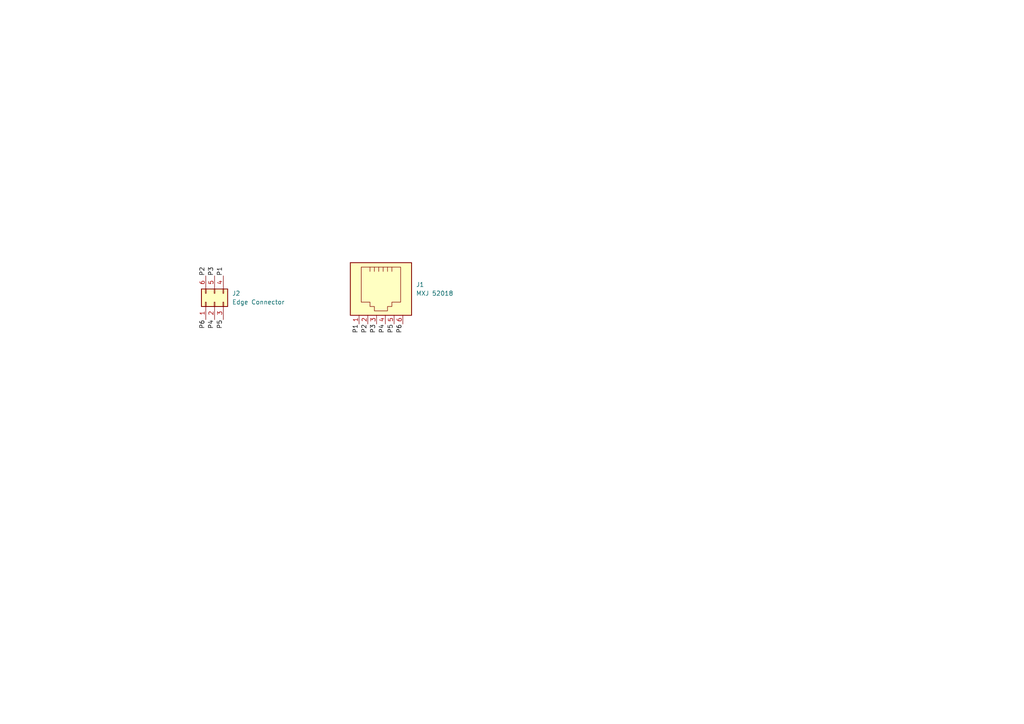
<source format=kicad_sch>
(kicad_sch
	(version 20231120)
	(generator "eeschema")
	(generator_version "8.0")
	(uuid "03640c6f-ad62-4520-965b-a0667aa56b60")
	(paper "A4")
	(lib_symbols
		(symbol "Connector:RJ25"
			(pin_names
				(offset 1.016)
			)
			(exclude_from_sim no)
			(in_bom yes)
			(on_board yes)
			(property "Reference" "J"
				(at -5.08 11.43 0)
				(effects
					(font
						(size 1.27 1.27)
					)
					(justify right)
				)
			)
			(property "Value" "RJ25"
				(at 2.54 11.43 0)
				(effects
					(font
						(size 1.27 1.27)
					)
					(justify left)
				)
			)
			(property "Footprint" ""
				(at 0 0.635 90)
				(effects
					(font
						(size 1.27 1.27)
					)
					(hide yes)
				)
			)
			(property "Datasheet" "~"
				(at 0 0.635 90)
				(effects
					(font
						(size 1.27 1.27)
					)
					(hide yes)
				)
			)
			(property "Description" "RJ connector, 6P6C (6 positions 6 connected)"
				(at 0 0 0)
				(effects
					(font
						(size 1.27 1.27)
					)
					(hide yes)
				)
			)
			(property "ki_keywords" "6P6C RJ socket connector"
				(at 0 0 0)
				(effects
					(font
						(size 1.27 1.27)
					)
					(hide yes)
				)
			)
			(property "ki_fp_filters" "6P6C* RJ12* RJ18* RJ25*"
				(at 0 0 0)
				(effects
					(font
						(size 1.27 1.27)
					)
					(hide yes)
				)
			)
			(symbol "RJ25_0_1"
				(polyline
					(pts
						(xy -6.35 -1.905) (xy -5.08 -1.905) (xy -5.08 -1.905)
					)
					(stroke
						(width 0)
						(type default)
					)
					(fill
						(type none)
					)
				)
				(polyline
					(pts
						(xy -6.35 -0.635) (xy -5.08 -0.635) (xy -5.08 -0.635)
					)
					(stroke
						(width 0)
						(type default)
					)
					(fill
						(type none)
					)
				)
				(polyline
					(pts
						(xy -6.35 0.635) (xy -5.08 0.635) (xy -5.08 0.635)
					)
					(stroke
						(width 0)
						(type default)
					)
					(fill
						(type none)
					)
				)
				(polyline
					(pts
						(xy -6.35 1.905) (xy -5.08 1.905) (xy -5.08 1.905)
					)
					(stroke
						(width 0)
						(type default)
					)
					(fill
						(type none)
					)
				)
				(polyline
					(pts
						(xy -6.35 3.175) (xy -5.08 3.175) (xy -5.08 3.175)
					)
					(stroke
						(width 0)
						(type default)
					)
					(fill
						(type none)
					)
				)
				(polyline
					(pts
						(xy -5.08 4.445) (xy -6.35 4.445) (xy -6.35 4.445)
					)
					(stroke
						(width 0)
						(type default)
					)
					(fill
						(type none)
					)
				)
				(polyline
					(pts
						(xy -6.35 -4.445) (xy -6.35 6.985) (xy 3.81 6.985) (xy 3.81 4.445) (xy 5.08 4.445) (xy 5.08 3.175)
						(xy 6.35 3.175) (xy 6.35 -0.635) (xy 5.08 -0.635) (xy 5.08 -1.905) (xy 3.81 -1.905) (xy 3.81 -4.445)
						(xy -6.35 -4.445) (xy -6.35 -4.445)
					)
					(stroke
						(width 0)
						(type default)
					)
					(fill
						(type none)
					)
				)
				(rectangle
					(start 7.62 10.16)
					(end -7.62 -7.62)
					(stroke
						(width 0.254)
						(type default)
					)
					(fill
						(type background)
					)
				)
			)
			(symbol "RJ25_1_1"
				(pin passive line
					(at 10.16 -5.08 180)
					(length 2.54)
					(name "~"
						(effects
							(font
								(size 1.27 1.27)
							)
						)
					)
					(number "1"
						(effects
							(font
								(size 1.27 1.27)
							)
						)
					)
				)
				(pin passive line
					(at 10.16 -2.54 180)
					(length 2.54)
					(name "~"
						(effects
							(font
								(size 1.27 1.27)
							)
						)
					)
					(number "2"
						(effects
							(font
								(size 1.27 1.27)
							)
						)
					)
				)
				(pin passive line
					(at 10.16 0 180)
					(length 2.54)
					(name "~"
						(effects
							(font
								(size 1.27 1.27)
							)
						)
					)
					(number "3"
						(effects
							(font
								(size 1.27 1.27)
							)
						)
					)
				)
				(pin passive line
					(at 10.16 2.54 180)
					(length 2.54)
					(name "~"
						(effects
							(font
								(size 1.27 1.27)
							)
						)
					)
					(number "4"
						(effects
							(font
								(size 1.27 1.27)
							)
						)
					)
				)
				(pin passive line
					(at 10.16 5.08 180)
					(length 2.54)
					(name "~"
						(effects
							(font
								(size 1.27 1.27)
							)
						)
					)
					(number "5"
						(effects
							(font
								(size 1.27 1.27)
							)
						)
					)
				)
				(pin passive line
					(at 10.16 7.62 180)
					(length 2.54)
					(name "~"
						(effects
							(font
								(size 1.27 1.27)
							)
						)
					)
					(number "6"
						(effects
							(font
								(size 1.27 1.27)
							)
						)
					)
				)
			)
		)
		(symbol "Connector_Generic:Conn_02x03_Counter_Clockwise"
			(pin_names
				(offset 1.016) hide)
			(exclude_from_sim no)
			(in_bom yes)
			(on_board yes)
			(property "Reference" "J"
				(at 1.27 5.08 0)
				(effects
					(font
						(size 1.27 1.27)
					)
				)
			)
			(property "Value" "Conn_02x03_Counter_Clockwise"
				(at 1.27 -5.08 0)
				(effects
					(font
						(size 1.27 1.27)
					)
				)
			)
			(property "Footprint" ""
				(at 0 0 0)
				(effects
					(font
						(size 1.27 1.27)
					)
					(hide yes)
				)
			)
			(property "Datasheet" "~"
				(at 0 0 0)
				(effects
					(font
						(size 1.27 1.27)
					)
					(hide yes)
				)
			)
			(property "Description" "Generic connector, double row, 02x03, counter clockwise pin numbering scheme (similar to DIP package numbering), script generated (kicad-library-utils/schlib/autogen/connector/)"
				(at 0 0 0)
				(effects
					(font
						(size 1.27 1.27)
					)
					(hide yes)
				)
			)
			(property "ki_keywords" "connector"
				(at 0 0 0)
				(effects
					(font
						(size 1.27 1.27)
					)
					(hide yes)
				)
			)
			(property "ki_fp_filters" "Connector*:*_2x??_*"
				(at 0 0 0)
				(effects
					(font
						(size 1.27 1.27)
					)
					(hide yes)
				)
			)
			(symbol "Conn_02x03_Counter_Clockwise_1_1"
				(rectangle
					(start -1.27 -2.413)
					(end 0 -2.667)
					(stroke
						(width 0.1524)
						(type default)
					)
					(fill
						(type none)
					)
				)
				(rectangle
					(start -1.27 0.127)
					(end 0 -0.127)
					(stroke
						(width 0.1524)
						(type default)
					)
					(fill
						(type none)
					)
				)
				(rectangle
					(start -1.27 2.667)
					(end 0 2.413)
					(stroke
						(width 0.1524)
						(type default)
					)
					(fill
						(type none)
					)
				)
				(rectangle
					(start -1.27 3.81)
					(end 3.81 -3.81)
					(stroke
						(width 0.254)
						(type default)
					)
					(fill
						(type background)
					)
				)
				(rectangle
					(start 3.81 -2.413)
					(end 2.54 -2.667)
					(stroke
						(width 0.1524)
						(type default)
					)
					(fill
						(type none)
					)
				)
				(rectangle
					(start 3.81 0.127)
					(end 2.54 -0.127)
					(stroke
						(width 0.1524)
						(type default)
					)
					(fill
						(type none)
					)
				)
				(rectangle
					(start 3.81 2.667)
					(end 2.54 2.413)
					(stroke
						(width 0.1524)
						(type default)
					)
					(fill
						(type none)
					)
				)
				(pin passive line
					(at -5.08 2.54 0)
					(length 3.81)
					(name "Pin_1"
						(effects
							(font
								(size 1.27 1.27)
							)
						)
					)
					(number "1"
						(effects
							(font
								(size 1.27 1.27)
							)
						)
					)
				)
				(pin passive line
					(at -5.08 0 0)
					(length 3.81)
					(name "Pin_2"
						(effects
							(font
								(size 1.27 1.27)
							)
						)
					)
					(number "2"
						(effects
							(font
								(size 1.27 1.27)
							)
						)
					)
				)
				(pin passive line
					(at -5.08 -2.54 0)
					(length 3.81)
					(name "Pin_3"
						(effects
							(font
								(size 1.27 1.27)
							)
						)
					)
					(number "3"
						(effects
							(font
								(size 1.27 1.27)
							)
						)
					)
				)
				(pin passive line
					(at 7.62 -2.54 180)
					(length 3.81)
					(name "Pin_4"
						(effects
							(font
								(size 1.27 1.27)
							)
						)
					)
					(number "4"
						(effects
							(font
								(size 1.27 1.27)
							)
						)
					)
				)
				(pin passive line
					(at 7.62 0 180)
					(length 3.81)
					(name "Pin_5"
						(effects
							(font
								(size 1.27 1.27)
							)
						)
					)
					(number "5"
						(effects
							(font
								(size 1.27 1.27)
							)
						)
					)
				)
				(pin passive line
					(at 7.62 2.54 180)
					(length 3.81)
					(name "Pin_6"
						(effects
							(font
								(size 1.27 1.27)
							)
						)
					)
					(number "6"
						(effects
							(font
								(size 1.27 1.27)
							)
						)
					)
				)
			)
		)
	)
	(label "P3"
		(at 109.22 93.98 270)
		(fields_autoplaced yes)
		(effects
			(font
				(size 1.27 1.27)
			)
			(justify right bottom)
		)
		(uuid "31a3b90f-317d-4046-9b0f-b76043dbc923")
	)
	(label "P6"
		(at 59.69 92.71 270)
		(fields_autoplaced yes)
		(effects
			(font
				(size 1.27 1.27)
			)
			(justify right bottom)
		)
		(uuid "35a667c1-47cb-4cb7-9255-5d3696182fdd")
	)
	(label "P6"
		(at 116.84 93.98 270)
		(fields_autoplaced yes)
		(effects
			(font
				(size 1.27 1.27)
			)
			(justify right bottom)
		)
		(uuid "39e15bb2-56dc-42e8-87a8-91e7dabb4239")
	)
	(label "P2"
		(at 106.68 93.98 270)
		(fields_autoplaced yes)
		(effects
			(font
				(size 1.27 1.27)
			)
			(justify right bottom)
		)
		(uuid "5d66f85d-5f02-4264-b028-0776a812bfd0")
	)
	(label "P1"
		(at 104.14 93.98 270)
		(fields_autoplaced yes)
		(effects
			(font
				(size 1.27 1.27)
			)
			(justify right bottom)
		)
		(uuid "5f183ee7-4dfe-4fac-b9c5-f74e5e9f78d8")
	)
	(label "P1"
		(at 64.77 80.01 90)
		(fields_autoplaced yes)
		(effects
			(font
				(size 1.27 1.27)
			)
			(justify left bottom)
		)
		(uuid "92f0e891-6bc2-4263-91c7-f904b61ccbd4")
	)
	(label "P4"
		(at 111.76 93.98 270)
		(fields_autoplaced yes)
		(effects
			(font
				(size 1.27 1.27)
			)
			(justify right bottom)
		)
		(uuid "97fcc1e6-e0f9-43a1-ab2c-cdf44425c652")
	)
	(label "P3"
		(at 62.23 80.01 90)
		(fields_autoplaced yes)
		(effects
			(font
				(size 1.27 1.27)
			)
			(justify left bottom)
		)
		(uuid "a10ab1fc-446a-4972-a27f-b59f28946d84")
	)
	(label "P2"
		(at 59.69 80.01 90)
		(fields_autoplaced yes)
		(effects
			(font
				(size 1.27 1.27)
			)
			(justify left bottom)
		)
		(uuid "b7176d22-bd6b-4db3-ad4f-b35704c54130")
	)
	(label "P4"
		(at 62.23 92.71 270)
		(fields_autoplaced yes)
		(effects
			(font
				(size 1.27 1.27)
			)
			(justify right bottom)
		)
		(uuid "ebe4a0e3-acc5-4719-a7c8-bb50e7c86482")
	)
	(label "P5"
		(at 64.77 92.71 270)
		(fields_autoplaced yes)
		(effects
			(font
				(size 1.27 1.27)
			)
			(justify right bottom)
		)
		(uuid "f1a63aa5-8223-452d-8e63-ddb1e99aee26")
	)
	(label "P5"
		(at 114.3 93.98 270)
		(fields_autoplaced yes)
		(effects
			(font
				(size 1.27 1.27)
			)
			(justify right bottom)
		)
		(uuid "f32b68a0-1390-466a-8024-29f2cf429dd3")
	)
	(symbol
		(lib_id "Connector:RJ25")
		(at 109.22 83.82 270)
		(unit 1)
		(exclude_from_sim no)
		(in_bom yes)
		(on_board yes)
		(dnp no)
		(fields_autoplaced yes)
		(uuid "317e5d8c-9a5b-4cb3-9bb7-94cd759446b0")
		(property "Reference" "J1"
			(at 120.65 82.5499 90)
			(effects
				(font
					(size 1.27 1.27)
				)
				(justify left)
			)
		)
		(property "Value" "MXJ 52018"
			(at 120.65 85.0899 90)
			(effects
				(font
					(size 1.27 1.27)
				)
				(justify left)
			)
		)
		(property "Footprint" "Connector_RJ:RJ25_Wayconn_MJEA-660X1_Horizontal"
			(at 109.855 83.82 90)
			(effects
				(font
					(size 1.27 1.27)
				)
				(hide yes)
			)
		)
		(property "Datasheet" "~"
			(at 109.855 83.82 90)
			(effects
				(font
					(size 1.27 1.27)
				)
				(hide yes)
			)
		)
		(property "Description" "RJ connector, 6P6C (6 positions 6 connected)"
			(at 109.22 83.82 0)
			(effects
				(font
					(size 1.27 1.27)
				)
				(hide yes)
			)
		)
		(pin "5"
			(uuid "5930765a-4f98-4166-b103-75e240e2deaf")
		)
		(pin "2"
			(uuid "88757356-04a3-442b-80a8-c7c70299207e")
		)
		(pin "3"
			(uuid "ef29c761-9a6e-4e20-8fd8-0cd9ad3a9c50")
		)
		(pin "6"
			(uuid "f8020c3e-b124-480a-8fa4-3662329aeba4")
		)
		(pin "1"
			(uuid "c6787aae-1059-45bf-862e-c81c22be6649")
		)
		(pin "4"
			(uuid "e0f19d80-f192-4484-8bee-c32970b8b27e")
		)
		(instances
			(project ""
				(path "/03640c6f-ad62-4520-965b-a0667aa56b60"
					(reference "J1")
					(unit 1)
				)
			)
		)
	)
	(symbol
		(lib_id "Connector_Generic:Conn_02x03_Counter_Clockwise")
		(at 62.23 87.63 90)
		(unit 1)
		(exclude_from_sim no)
		(in_bom yes)
		(on_board yes)
		(dnp no)
		(fields_autoplaced yes)
		(uuid "fac75b39-cf5f-4714-ae90-4ae8c2fb84f3")
		(property "Reference" "J2"
			(at 67.31 85.0899 90)
			(effects
				(font
					(size 1.27 1.27)
				)
				(justify right)
			)
		)
		(property "Value" "Edge Connector"
			(at 67.31 87.6299 90)
			(effects
				(font
					(size 1.27 1.27)
				)
				(justify right)
			)
		)
		(property "Footprint" "!M203D:Connector Pads"
			(at 62.23 87.63 0)
			(effects
				(font
					(size 1.27 1.27)
				)
				(hide yes)
			)
		)
		(property "Datasheet" "~"
			(at 62.23 87.63 0)
			(effects
				(font
					(size 1.27 1.27)
				)
				(hide yes)
			)
		)
		(property "Description" "Generic connector, double row, 02x03, counter clockwise pin numbering scheme (similar to DIP package numbering), script generated (kicad-library-utils/schlib/autogen/connector/)"
			(at 62.23 87.63 0)
			(effects
				(font
					(size 1.27 1.27)
				)
				(hide yes)
			)
		)
		(pin "1"
			(uuid "5c3f22ad-a166-4537-9a4a-e4cf26e3eb31")
		)
		(pin "6"
			(uuid "e51271cc-8708-4c9f-98cf-02b873261b57")
		)
		(pin "3"
			(uuid "1450c963-bc1f-4243-8caf-b184e8e5115a")
		)
		(pin "4"
			(uuid "a00f03d5-b20f-499d-a8fd-582683c25af8")
		)
		(pin "2"
			(uuid "01d49705-b600-4598-812f-4e7b03714451")
		)
		(pin "5"
			(uuid "1dcf2724-77bb-4bf8-aaf6-e09ab8ce3a83")
		)
		(instances
			(project ""
				(path "/03640c6f-ad62-4520-965b-a0667aa56b60"
					(reference "J2")
					(unit 1)
				)
			)
		)
	)
	(sheet_instances
		(path "/"
			(page "1")
		)
	)
)

</source>
